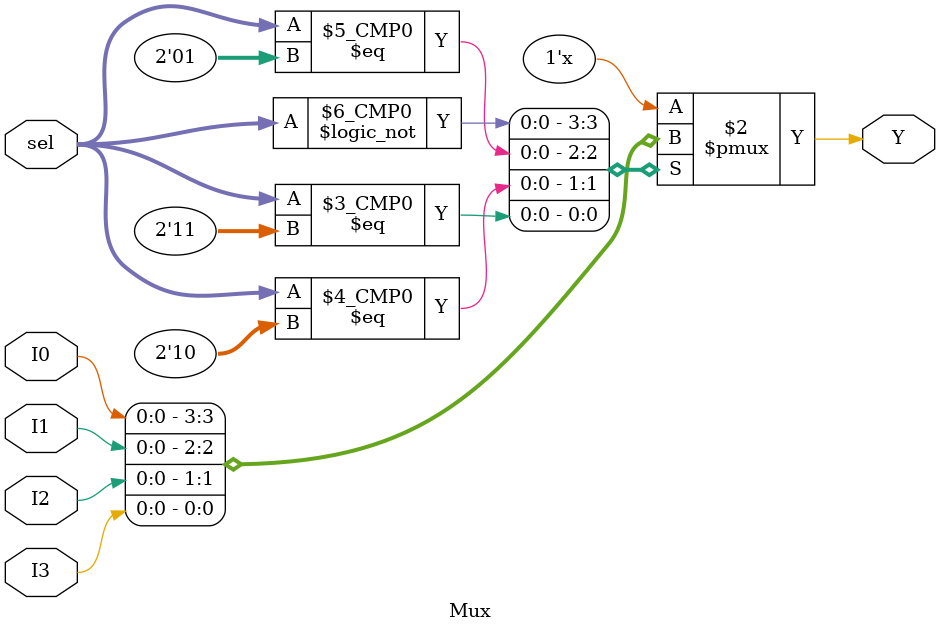
<source format=sv>
module Mux (I0,I1,I2,I3,sel,Y);
  input I0,I1,I2,I3;
  input [1:0]sel;
  output Y;
  reg Y;
  
  always @(*) begin
    case(sel)
      2'b00: Y=I0;
      2'b01: Y=I1;
      2'b10: Y=I2;
      2'b11: Y=I3;
      default: Y=0;
    endcase
   end
endmodule
    
      

</source>
